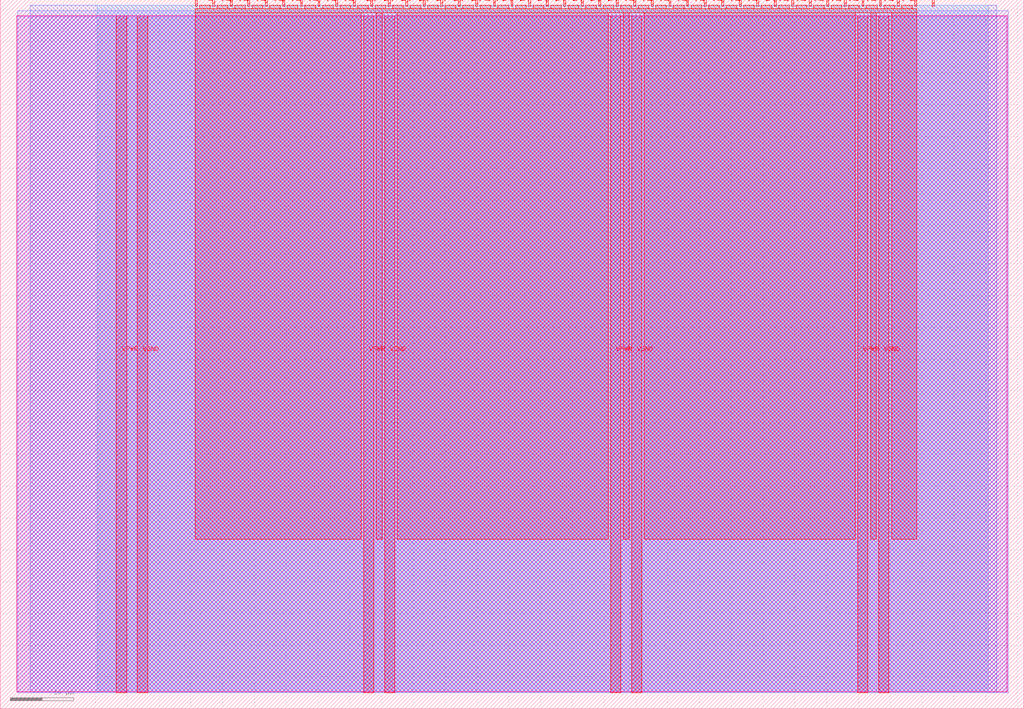
<source format=lef>
VERSION 5.7 ;
  NOWIREEXTENSIONATPIN ON ;
  DIVIDERCHAR "/" ;
  BUSBITCHARS "[]" ;
MACRO tt_um_lif_tk
  CLASS BLOCK ;
  FOREIGN tt_um_lif_tk ;
  ORIGIN 0.000 0.000 ;
  SIZE 161.000 BY 111.520 ;
  PIN VGND
    DIRECTION INOUT ;
    USE GROUND ;
    PORT
      LAYER met4 ;
        RECT 21.580 2.480 23.180 109.040 ;
    END
    PORT
      LAYER met4 ;
        RECT 60.450 2.480 62.050 109.040 ;
    END
    PORT
      LAYER met4 ;
        RECT 99.320 2.480 100.920 109.040 ;
    END
    PORT
      LAYER met4 ;
        RECT 138.190 2.480 139.790 109.040 ;
    END
  END VGND
  PIN VPWR
    DIRECTION INOUT ;
    USE POWER ;
    PORT
      LAYER met4 ;
        RECT 18.280 2.480 19.880 109.040 ;
    END
    PORT
      LAYER met4 ;
        RECT 57.150 2.480 58.750 109.040 ;
    END
    PORT
      LAYER met4 ;
        RECT 96.020 2.480 97.620 109.040 ;
    END
    PORT
      LAYER met4 ;
        RECT 134.890 2.480 136.490 109.040 ;
    END
  END VPWR
  PIN clk
    DIRECTION INPUT ;
    USE SIGNAL ;
    ANTENNAGATEAREA 0.852000 ;
    PORT
      LAYER met4 ;
        RECT 143.830 110.520 144.130 111.520 ;
    END
  END clk
  PIN ena
    DIRECTION INPUT ;
    USE SIGNAL ;
    PORT
      LAYER met4 ;
        RECT 146.590 110.520 146.890 111.520 ;
    END
  END ena
  PIN rst_n
    DIRECTION INPUT ;
    USE SIGNAL ;
    ANTENNAGATEAREA 0.196500 ;
    PORT
      LAYER met4 ;
        RECT 141.070 110.520 141.370 111.520 ;
    END
  END rst_n
  PIN ui_in[0]
    DIRECTION INPUT ;
    USE SIGNAL ;
    ANTENNAGATEAREA 0.196500 ;
    PORT
      LAYER met4 ;
        RECT 138.310 110.520 138.610 111.520 ;
    END
  END ui_in[0]
  PIN ui_in[1]
    DIRECTION INPUT ;
    USE SIGNAL ;
    ANTENNAGATEAREA 0.196500 ;
    PORT
      LAYER met4 ;
        RECT 135.550 110.520 135.850 111.520 ;
    END
  END ui_in[1]
  PIN ui_in[2]
    DIRECTION INPUT ;
    USE SIGNAL ;
    ANTENNAGATEAREA 0.213000 ;
    PORT
      LAYER met4 ;
        RECT 132.790 110.520 133.090 111.520 ;
    END
  END ui_in[2]
  PIN ui_in[3]
    DIRECTION INPUT ;
    USE SIGNAL ;
    ANTENNAGATEAREA 0.213000 ;
    PORT
      LAYER met4 ;
        RECT 130.030 110.520 130.330 111.520 ;
    END
  END ui_in[3]
  PIN ui_in[4]
    DIRECTION INPUT ;
    USE SIGNAL ;
    ANTENNAGATEAREA 0.196500 ;
    PORT
      LAYER met4 ;
        RECT 127.270 110.520 127.570 111.520 ;
    END
  END ui_in[4]
  PIN ui_in[5]
    DIRECTION INPUT ;
    USE SIGNAL ;
    ANTENNAGATEAREA 0.126000 ;
    PORT
      LAYER met4 ;
        RECT 124.510 110.520 124.810 111.520 ;
    END
  END ui_in[5]
  PIN ui_in[6]
    DIRECTION INPUT ;
    USE SIGNAL ;
    ANTENNAGATEAREA 0.196500 ;
    PORT
      LAYER met4 ;
        RECT 121.750 110.520 122.050 111.520 ;
    END
  END ui_in[6]
  PIN ui_in[7]
    DIRECTION INPUT ;
    USE SIGNAL ;
    ANTENNAGATEAREA 0.247500 ;
    PORT
      LAYER met4 ;
        RECT 118.990 110.520 119.290 111.520 ;
    END
  END ui_in[7]
  PIN uio_in[0]
    DIRECTION INPUT ;
    USE SIGNAL ;
    PORT
      LAYER met4 ;
        RECT 116.230 110.520 116.530 111.520 ;
    END
  END uio_in[0]
  PIN uio_in[1]
    DIRECTION INPUT ;
    USE SIGNAL ;
    PORT
      LAYER met4 ;
        RECT 113.470 110.520 113.770 111.520 ;
    END
  END uio_in[1]
  PIN uio_in[2]
    DIRECTION INPUT ;
    USE SIGNAL ;
    PORT
      LAYER met4 ;
        RECT 110.710 110.520 111.010 111.520 ;
    END
  END uio_in[2]
  PIN uio_in[3]
    DIRECTION INPUT ;
    USE SIGNAL ;
    PORT
      LAYER met4 ;
        RECT 107.950 110.520 108.250 111.520 ;
    END
  END uio_in[3]
  PIN uio_in[4]
    DIRECTION INPUT ;
    USE SIGNAL ;
    PORT
      LAYER met4 ;
        RECT 105.190 110.520 105.490 111.520 ;
    END
  END uio_in[4]
  PIN uio_in[5]
    DIRECTION INPUT ;
    USE SIGNAL ;
    PORT
      LAYER met4 ;
        RECT 102.430 110.520 102.730 111.520 ;
    END
  END uio_in[5]
  PIN uio_in[6]
    DIRECTION INPUT ;
    USE SIGNAL ;
    PORT
      LAYER met4 ;
        RECT 99.670 110.520 99.970 111.520 ;
    END
  END uio_in[6]
  PIN uio_in[7]
    DIRECTION INPUT ;
    USE SIGNAL ;
    PORT
      LAYER met4 ;
        RECT 96.910 110.520 97.210 111.520 ;
    END
  END uio_in[7]
  PIN uio_oe[0]
    DIRECTION OUTPUT ;
    USE SIGNAL ;
    PORT
      LAYER met4 ;
        RECT 49.990 110.520 50.290 111.520 ;
    END
  END uio_oe[0]
  PIN uio_oe[1]
    DIRECTION OUTPUT ;
    USE SIGNAL ;
    PORT
      LAYER met4 ;
        RECT 47.230 110.520 47.530 111.520 ;
    END
  END uio_oe[1]
  PIN uio_oe[2]
    DIRECTION OUTPUT ;
    USE SIGNAL ;
    PORT
      LAYER met4 ;
        RECT 44.470 110.520 44.770 111.520 ;
    END
  END uio_oe[2]
  PIN uio_oe[3]
    DIRECTION OUTPUT ;
    USE SIGNAL ;
    PORT
      LAYER met4 ;
        RECT 41.710 110.520 42.010 111.520 ;
    END
  END uio_oe[3]
  PIN uio_oe[4]
    DIRECTION OUTPUT ;
    USE SIGNAL ;
    PORT
      LAYER met4 ;
        RECT 38.950 110.520 39.250 111.520 ;
    END
  END uio_oe[4]
  PIN uio_oe[5]
    DIRECTION OUTPUT ;
    USE SIGNAL ;
    PORT
      LAYER met4 ;
        RECT 36.190 110.520 36.490 111.520 ;
    END
  END uio_oe[5]
  PIN uio_oe[6]
    DIRECTION OUTPUT ;
    USE SIGNAL ;
    PORT
      LAYER met4 ;
        RECT 33.430 110.520 33.730 111.520 ;
    END
  END uio_oe[6]
  PIN uio_oe[7]
    DIRECTION OUTPUT ;
    USE SIGNAL ;
    PORT
      LAYER met4 ;
        RECT 30.670 110.520 30.970 111.520 ;
    END
  END uio_oe[7]
  PIN uio_out[0]
    DIRECTION OUTPUT ;
    USE SIGNAL ;
    PORT
      LAYER met4 ;
        RECT 72.070 110.520 72.370 111.520 ;
    END
  END uio_out[0]
  PIN uio_out[1]
    DIRECTION OUTPUT ;
    USE SIGNAL ;
    PORT
      LAYER met4 ;
        RECT 69.310 110.520 69.610 111.520 ;
    END
  END uio_out[1]
  PIN uio_out[2]
    DIRECTION OUTPUT ;
    USE SIGNAL ;
    PORT
      LAYER met4 ;
        RECT 66.550 110.520 66.850 111.520 ;
    END
  END uio_out[2]
  PIN uio_out[3]
    DIRECTION OUTPUT ;
    USE SIGNAL ;
    PORT
      LAYER met4 ;
        RECT 63.790 110.520 64.090 111.520 ;
    END
  END uio_out[3]
  PIN uio_out[4]
    DIRECTION OUTPUT ;
    USE SIGNAL ;
    PORT
      LAYER met4 ;
        RECT 61.030 110.520 61.330 111.520 ;
    END
  END uio_out[4]
  PIN uio_out[5]
    DIRECTION OUTPUT ;
    USE SIGNAL ;
    PORT
      LAYER met4 ;
        RECT 58.270 110.520 58.570 111.520 ;
    END
  END uio_out[5]
  PIN uio_out[6]
    DIRECTION OUTPUT ;
    USE SIGNAL ;
    PORT
      LAYER met4 ;
        RECT 55.510 110.520 55.810 111.520 ;
    END
  END uio_out[6]
  PIN uio_out[7]
    DIRECTION OUTPUT ;
    USE SIGNAL ;
    ANTENNADIFFAREA 0.795200 ;
    PORT
      LAYER met4 ;
        RECT 52.750 110.520 53.050 111.520 ;
    END
  END uio_out[7]
  PIN uo_out[0]
    DIRECTION OUTPUT ;
    USE SIGNAL ;
    ANTENNAGATEAREA 0.247500 ;
    ANTENNADIFFAREA 0.445500 ;
    PORT
      LAYER met4 ;
        RECT 94.150 110.520 94.450 111.520 ;
    END
  END uo_out[0]
  PIN uo_out[1]
    DIRECTION OUTPUT ;
    USE SIGNAL ;
    ANTENNAGATEAREA 0.621000 ;
    ANTENNADIFFAREA 0.891000 ;
    PORT
      LAYER met4 ;
        RECT 91.390 110.520 91.690 111.520 ;
    END
  END uo_out[1]
  PIN uo_out[2]
    DIRECTION OUTPUT ;
    USE SIGNAL ;
    ANTENNAGATEAREA 0.868500 ;
    ANTENNADIFFAREA 0.891000 ;
    PORT
      LAYER met4 ;
        RECT 88.630 110.520 88.930 111.520 ;
    END
  END uo_out[2]
  PIN uo_out[3]
    DIRECTION OUTPUT ;
    USE SIGNAL ;
    ANTENNAGATEAREA 1.485000 ;
    ANTENNADIFFAREA 0.891000 ;
    PORT
      LAYER met4 ;
        RECT 85.870 110.520 86.170 111.520 ;
    END
  END uo_out[3]
  PIN uo_out[4]
    DIRECTION OUTPUT ;
    USE SIGNAL ;
    ANTENNAGATEAREA 1.732500 ;
    ANTENNADIFFAREA 0.891000 ;
    PORT
      LAYER met4 ;
        RECT 83.110 110.520 83.410 111.520 ;
    END
  END uo_out[4]
  PIN uo_out[5]
    DIRECTION OUTPUT ;
    USE SIGNAL ;
    ANTENNAGATEAREA 1.485000 ;
    ANTENNADIFFAREA 0.891000 ;
    PORT
      LAYER met4 ;
        RECT 80.350 110.520 80.650 111.520 ;
    END
  END uo_out[5]
  PIN uo_out[6]
    DIRECTION OUTPUT ;
    USE SIGNAL ;
    ANTENNAGATEAREA 1.732500 ;
    ANTENNADIFFAREA 0.891000 ;
    PORT
      LAYER met4 ;
        RECT 77.590 110.520 77.890 111.520 ;
    END
  END uo_out[6]
  PIN uo_out[7]
    DIRECTION OUTPUT ;
    USE SIGNAL ;
    ANTENNAGATEAREA 1.980000 ;
    ANTENNADIFFAREA 0.891000 ;
    PORT
      LAYER met4 ;
        RECT 74.830 110.520 75.130 111.520 ;
    END
  END uo_out[7]
  OBS
      LAYER nwell ;
        RECT 2.570 2.635 158.430 108.990 ;
      LAYER li1 ;
        RECT 2.760 2.635 158.240 108.885 ;
      LAYER met1 ;
        RECT 2.760 2.480 158.540 109.780 ;
      LAYER met2 ;
        RECT 4.700 2.535 156.760 110.685 ;
      LAYER met3 ;
        RECT 15.245 2.555 155.415 110.665 ;
      LAYER met4 ;
        RECT 31.370 110.120 33.030 110.665 ;
        RECT 34.130 110.120 35.790 110.665 ;
        RECT 36.890 110.120 38.550 110.665 ;
        RECT 39.650 110.120 41.310 110.665 ;
        RECT 42.410 110.120 44.070 110.665 ;
        RECT 45.170 110.120 46.830 110.665 ;
        RECT 47.930 110.120 49.590 110.665 ;
        RECT 50.690 110.120 52.350 110.665 ;
        RECT 53.450 110.120 55.110 110.665 ;
        RECT 56.210 110.120 57.870 110.665 ;
        RECT 58.970 110.120 60.630 110.665 ;
        RECT 61.730 110.120 63.390 110.665 ;
        RECT 64.490 110.120 66.150 110.665 ;
        RECT 67.250 110.120 68.910 110.665 ;
        RECT 70.010 110.120 71.670 110.665 ;
        RECT 72.770 110.120 74.430 110.665 ;
        RECT 75.530 110.120 77.190 110.665 ;
        RECT 78.290 110.120 79.950 110.665 ;
        RECT 81.050 110.120 82.710 110.665 ;
        RECT 83.810 110.120 85.470 110.665 ;
        RECT 86.570 110.120 88.230 110.665 ;
        RECT 89.330 110.120 90.990 110.665 ;
        RECT 92.090 110.120 93.750 110.665 ;
        RECT 94.850 110.120 96.510 110.665 ;
        RECT 97.610 110.120 99.270 110.665 ;
        RECT 100.370 110.120 102.030 110.665 ;
        RECT 103.130 110.120 104.790 110.665 ;
        RECT 105.890 110.120 107.550 110.665 ;
        RECT 108.650 110.120 110.310 110.665 ;
        RECT 111.410 110.120 113.070 110.665 ;
        RECT 114.170 110.120 115.830 110.665 ;
        RECT 116.930 110.120 118.590 110.665 ;
        RECT 119.690 110.120 121.350 110.665 ;
        RECT 122.450 110.120 124.110 110.665 ;
        RECT 125.210 110.120 126.870 110.665 ;
        RECT 127.970 110.120 129.630 110.665 ;
        RECT 130.730 110.120 132.390 110.665 ;
        RECT 133.490 110.120 135.150 110.665 ;
        RECT 136.250 110.120 137.910 110.665 ;
        RECT 139.010 110.120 140.670 110.665 ;
        RECT 141.770 110.120 143.430 110.665 ;
        RECT 30.655 109.440 144.145 110.120 ;
        RECT 30.655 26.695 56.750 109.440 ;
        RECT 59.150 26.695 60.050 109.440 ;
        RECT 62.450 26.695 95.620 109.440 ;
        RECT 98.020 26.695 98.920 109.440 ;
        RECT 101.320 26.695 134.490 109.440 ;
        RECT 136.890 26.695 137.790 109.440 ;
        RECT 140.190 26.695 144.145 109.440 ;
  END
END tt_um_lif_tk
END LIBRARY


</source>
